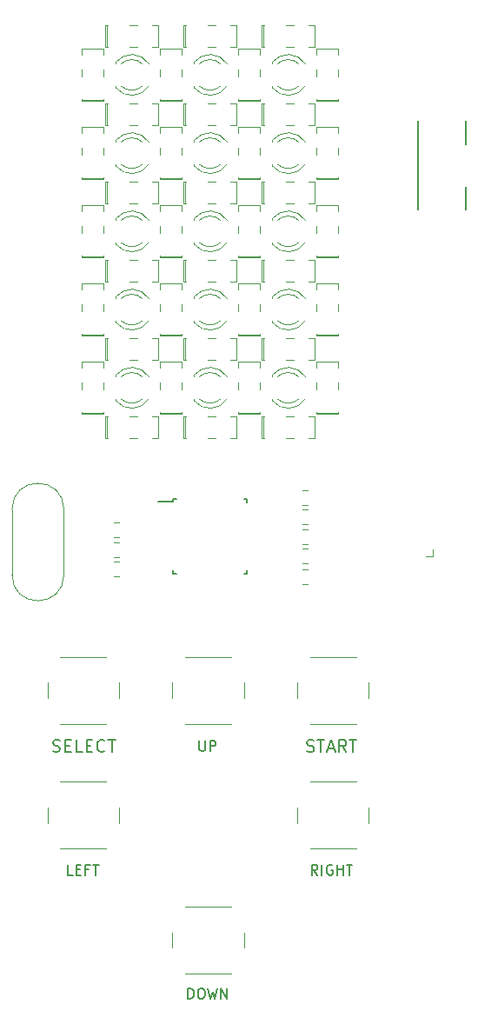
<source format=gbr>
G04 #@! TF.GenerationSoftware,KiCad,Pcbnew,(5.1.4)-1*
G04 #@! TF.CreationDate,2019-10-27T21:57:42-04:00*
G04 #@! TF.ProjectId,SplitSecondGame,53706c69-7453-4656-936f-6e6447616d65,A*
G04 #@! TF.SameCoordinates,Original*
G04 #@! TF.FileFunction,Legend,Top*
G04 #@! TF.FilePolarity,Positive*
%FSLAX46Y46*%
G04 Gerber Fmt 4.6, Leading zero omitted, Abs format (unit mm)*
G04 Created by KiCad (PCBNEW (5.1.4)-1) date 2019-10-27 21:57:42*
%MOMM*%
%LPD*%
G04 APERTURE LIST*
%ADD10C,0.120000*%
%ADD11C,0.150000*%
G04 APERTURE END LIST*
D10*
X72016252Y-75363000D02*
X71493748Y-75363000D01*
X72016252Y-76783000D02*
X71493748Y-76783000D01*
X72016252Y-77395000D02*
X71493748Y-77395000D01*
X72016252Y-78815000D02*
X71493748Y-78815000D01*
X53078748Y-74243000D02*
X53601252Y-74243000D01*
X53078748Y-72823000D02*
X53601252Y-72823000D01*
X43195000Y-77903000D02*
G75*
G03X48245000Y-77903000I2525000J0D01*
G01*
X43195000Y-71503000D02*
G75*
G02X48245000Y-71503000I2525000J0D01*
G01*
X43195000Y-71503000D02*
X43195000Y-77903000D01*
X48245000Y-71503000D02*
X48245000Y-77903000D01*
D11*
X87390000Y-36005000D02*
X87390000Y-33705000D01*
X87390000Y-42305000D02*
X87390000Y-40105000D01*
X82790000Y-42305000D02*
X82790000Y-33705000D01*
D10*
X72016252Y-71553000D02*
X71493748Y-71553000D01*
X72016252Y-72973000D02*
X71493748Y-72973000D01*
X71493748Y-74878000D02*
X72016252Y-74878000D01*
X71493748Y-73458000D02*
X72016252Y-73458000D01*
X71493748Y-71068000D02*
X72016252Y-71068000D01*
X71493748Y-69648000D02*
X72016252Y-69648000D01*
X84184000Y-75438000D02*
X84184000Y-76073000D01*
X84184000Y-76073000D02*
X83549000Y-76073000D01*
X53078748Y-78053000D02*
X53601252Y-78053000D01*
X53078748Y-76633000D02*
X53601252Y-76633000D01*
X53078748Y-76148000D02*
X53601252Y-76148000D01*
X53078748Y-74728000D02*
X53601252Y-74728000D01*
X60055000Y-116720000D02*
X64555000Y-116720000D01*
X58805000Y-112720000D02*
X58805000Y-114220000D01*
X64555000Y-110220000D02*
X60055000Y-110220000D01*
X65805000Y-114220000D02*
X65805000Y-112720000D01*
X77965000Y-102060000D02*
X77965000Y-100560000D01*
X76715000Y-98060000D02*
X72215000Y-98060000D01*
X70965000Y-100560000D02*
X70965000Y-102060000D01*
X72215000Y-104560000D02*
X76715000Y-104560000D01*
X53645000Y-102060000D02*
X53645000Y-100560000D01*
X52395000Y-98060000D02*
X47895000Y-98060000D01*
X46645000Y-100560000D02*
X46645000Y-102060000D01*
X47895000Y-104560000D02*
X52395000Y-104560000D01*
X65805000Y-89900000D02*
X65805000Y-88400000D01*
X64555000Y-85900000D02*
X60055000Y-85900000D01*
X58805000Y-88400000D02*
X58805000Y-89900000D01*
X60055000Y-92400000D02*
X64555000Y-92400000D01*
X53645000Y-89900000D02*
X53645000Y-88400000D01*
X52395000Y-85900000D02*
X47895000Y-85900000D01*
X46645000Y-88400000D02*
X46645000Y-89900000D01*
X47895000Y-92400000D02*
X52395000Y-92400000D01*
X77965000Y-89900000D02*
X77965000Y-88400000D01*
X76715000Y-85900000D02*
X72215000Y-85900000D01*
X70965000Y-88400000D02*
X70965000Y-89900000D01*
X72215000Y-92400000D02*
X76715000Y-92400000D01*
D11*
X58859000Y-70768000D02*
X57434000Y-70768000D01*
X66109000Y-70543000D02*
X65784000Y-70543000D01*
X66109000Y-77793000D02*
X65784000Y-77793000D01*
X58859000Y-77793000D02*
X59184000Y-77793000D01*
X58859000Y-70543000D02*
X59184000Y-70543000D01*
X58859000Y-77793000D02*
X58859000Y-77468000D01*
X66109000Y-77793000D02*
X66109000Y-77468000D01*
X66109000Y-70543000D02*
X66109000Y-70868000D01*
X58859000Y-70543000D02*
X58859000Y-70768000D01*
D10*
X53300000Y-60770000D02*
X53300000Y-60926000D01*
X53300000Y-58454000D02*
X53300000Y-58610000D01*
X55901130Y-60769837D02*
G75*
G02X53819039Y-60770000I-1041130J1079837D01*
G01*
X55901130Y-58610163D02*
G75*
G03X53819039Y-58610000I-1041130J-1079837D01*
G01*
X56532335Y-60768608D02*
G75*
G02X53300000Y-60925516I-1672335J1078608D01*
G01*
X56532335Y-58611392D02*
G75*
G03X53300000Y-58454484I-1672335J-1078608D01*
G01*
X60920000Y-60770000D02*
X60920000Y-60926000D01*
X60920000Y-58454000D02*
X60920000Y-58610000D01*
X63521130Y-60769837D02*
G75*
G02X61439039Y-60770000I-1041130J1079837D01*
G01*
X63521130Y-58610163D02*
G75*
G03X61439039Y-58610000I-1041130J-1079837D01*
G01*
X64152335Y-60768608D02*
G75*
G02X60920000Y-60925516I-1672335J1078608D01*
G01*
X64152335Y-58611392D02*
G75*
G03X60920000Y-58454484I-1672335J-1078608D01*
G01*
X68540000Y-60770000D02*
X68540000Y-60926000D01*
X68540000Y-58454000D02*
X68540000Y-58610000D01*
X71141130Y-60769837D02*
G75*
G02X69059039Y-60770000I-1041130J1079837D01*
G01*
X71141130Y-58610163D02*
G75*
G03X69059039Y-58610000I-1041130J-1079837D01*
G01*
X71772335Y-60768608D02*
G75*
G02X68540000Y-60925516I-1672335J1078608D01*
G01*
X71772335Y-58611392D02*
G75*
G03X68540000Y-58454484I-1672335J-1078608D01*
G01*
X53300000Y-53150000D02*
X53300000Y-53306000D01*
X53300000Y-50834000D02*
X53300000Y-50990000D01*
X55901130Y-53149837D02*
G75*
G02X53819039Y-53150000I-1041130J1079837D01*
G01*
X55901130Y-50990163D02*
G75*
G03X53819039Y-50990000I-1041130J-1079837D01*
G01*
X56532335Y-53148608D02*
G75*
G02X53300000Y-53305516I-1672335J1078608D01*
G01*
X56532335Y-50991392D02*
G75*
G03X53300000Y-50834484I-1672335J-1078608D01*
G01*
X60920000Y-53150000D02*
X60920000Y-53306000D01*
X60920000Y-50834000D02*
X60920000Y-50990000D01*
X63521130Y-53149837D02*
G75*
G02X61439039Y-53150000I-1041130J1079837D01*
G01*
X63521130Y-50990163D02*
G75*
G03X61439039Y-50990000I-1041130J-1079837D01*
G01*
X64152335Y-53148608D02*
G75*
G02X60920000Y-53305516I-1672335J1078608D01*
G01*
X64152335Y-50991392D02*
G75*
G03X60920000Y-50834484I-1672335J-1078608D01*
G01*
X68540000Y-53150000D02*
X68540000Y-53306000D01*
X68540000Y-50834000D02*
X68540000Y-50990000D01*
X71141130Y-53149837D02*
G75*
G02X69059039Y-53150000I-1041130J1079837D01*
G01*
X71141130Y-50990163D02*
G75*
G03X69059039Y-50990000I-1041130J-1079837D01*
G01*
X71772335Y-53148608D02*
G75*
G02X68540000Y-53305516I-1672335J1078608D01*
G01*
X71772335Y-50991392D02*
G75*
G03X68540000Y-50834484I-1672335J-1078608D01*
G01*
X53300000Y-45530000D02*
X53300000Y-45686000D01*
X53300000Y-43214000D02*
X53300000Y-43370000D01*
X55901130Y-45529837D02*
G75*
G02X53819039Y-45530000I-1041130J1079837D01*
G01*
X55901130Y-43370163D02*
G75*
G03X53819039Y-43370000I-1041130J-1079837D01*
G01*
X56532335Y-45528608D02*
G75*
G02X53300000Y-45685516I-1672335J1078608D01*
G01*
X56532335Y-43371392D02*
G75*
G03X53300000Y-43214484I-1672335J-1078608D01*
G01*
X60920000Y-45530000D02*
X60920000Y-45686000D01*
X60920000Y-43214000D02*
X60920000Y-43370000D01*
X63521130Y-45529837D02*
G75*
G02X61439039Y-45530000I-1041130J1079837D01*
G01*
X63521130Y-43370163D02*
G75*
G03X61439039Y-43370000I-1041130J-1079837D01*
G01*
X64152335Y-45528608D02*
G75*
G02X60920000Y-45685516I-1672335J1078608D01*
G01*
X64152335Y-43371392D02*
G75*
G03X60920000Y-43214484I-1672335J-1078608D01*
G01*
X68540000Y-45530000D02*
X68540000Y-45686000D01*
X68540000Y-43214000D02*
X68540000Y-43370000D01*
X71141130Y-45529837D02*
G75*
G02X69059039Y-45530000I-1041130J1079837D01*
G01*
X71141130Y-43370163D02*
G75*
G03X69059039Y-43370000I-1041130J-1079837D01*
G01*
X71772335Y-45528608D02*
G75*
G02X68540000Y-45685516I-1672335J1078608D01*
G01*
X71772335Y-43371392D02*
G75*
G03X68540000Y-43214484I-1672335J-1078608D01*
G01*
X53300000Y-37910000D02*
X53300000Y-38066000D01*
X53300000Y-35594000D02*
X53300000Y-35750000D01*
X55901130Y-37909837D02*
G75*
G02X53819039Y-37910000I-1041130J1079837D01*
G01*
X55901130Y-35750163D02*
G75*
G03X53819039Y-35750000I-1041130J-1079837D01*
G01*
X56532335Y-37908608D02*
G75*
G02X53300000Y-38065516I-1672335J1078608D01*
G01*
X56532335Y-35751392D02*
G75*
G03X53300000Y-35594484I-1672335J-1078608D01*
G01*
X60920000Y-37910000D02*
X60920000Y-38066000D01*
X60920000Y-35594000D02*
X60920000Y-35750000D01*
X63521130Y-37909837D02*
G75*
G02X61439039Y-37910000I-1041130J1079837D01*
G01*
X63521130Y-35750163D02*
G75*
G03X61439039Y-35750000I-1041130J-1079837D01*
G01*
X64152335Y-37908608D02*
G75*
G02X60920000Y-38065516I-1672335J1078608D01*
G01*
X64152335Y-35751392D02*
G75*
G03X60920000Y-35594484I-1672335J-1078608D01*
G01*
X68540000Y-37910000D02*
X68540000Y-38066000D01*
X68540000Y-35594000D02*
X68540000Y-35750000D01*
X71141130Y-37909837D02*
G75*
G02X69059039Y-37910000I-1041130J1079837D01*
G01*
X71141130Y-35750163D02*
G75*
G03X69059039Y-35750000I-1041130J-1079837D01*
G01*
X71772335Y-37908608D02*
G75*
G02X68540000Y-38065516I-1672335J1078608D01*
G01*
X71772335Y-35751392D02*
G75*
G03X68540000Y-35594484I-1672335J-1078608D01*
G01*
X53300000Y-30290000D02*
X53300000Y-30446000D01*
X53300000Y-27974000D02*
X53300000Y-28130000D01*
X55901130Y-30289837D02*
G75*
G02X53819039Y-30290000I-1041130J1079837D01*
G01*
X55901130Y-28130163D02*
G75*
G03X53819039Y-28130000I-1041130J-1079837D01*
G01*
X56532335Y-30288608D02*
G75*
G02X53300000Y-30445516I-1672335J1078608D01*
G01*
X56532335Y-28131392D02*
G75*
G03X53300000Y-27974484I-1672335J-1078608D01*
G01*
X60920000Y-30290000D02*
X60920000Y-30446000D01*
X60920000Y-27974000D02*
X60920000Y-28130000D01*
X63521130Y-30289837D02*
G75*
G02X61439039Y-30290000I-1041130J1079837D01*
G01*
X63521130Y-28130163D02*
G75*
G03X61439039Y-28130000I-1041130J-1079837D01*
G01*
X64152335Y-30288608D02*
G75*
G02X60920000Y-30445516I-1672335J1078608D01*
G01*
X64152335Y-28131392D02*
G75*
G03X60920000Y-27974484I-1672335J-1078608D01*
G01*
X68540000Y-30290000D02*
X68540000Y-30446000D01*
X68540000Y-27974000D02*
X68540000Y-28130000D01*
X71141130Y-30289837D02*
G75*
G02X69059039Y-30290000I-1041130J1079837D01*
G01*
X71141130Y-28130163D02*
G75*
G03X69059039Y-28130000I-1041130J-1079837D01*
G01*
X71772335Y-30288608D02*
G75*
G02X68540000Y-30445516I-1672335J1078608D01*
G01*
X71772335Y-28131392D02*
G75*
G03X68540000Y-27974484I-1672335J-1078608D01*
G01*
X52420000Y-62440000D02*
X52420000Y-64560000D01*
X57420000Y-62440000D02*
X57420000Y-64560000D01*
X52300000Y-62440000D02*
X52300000Y-64560000D01*
X56860000Y-64560000D02*
X57420000Y-64560000D01*
X54670000Y-64560000D02*
X55401000Y-64560000D01*
X52300000Y-64560000D02*
X52510000Y-64560000D01*
X56860000Y-62440000D02*
X57420000Y-62440000D01*
X54670000Y-62440000D02*
X55401000Y-62440000D01*
X52300000Y-62440000D02*
X52510000Y-62440000D01*
X60040000Y-62440000D02*
X60040000Y-64560000D01*
X65040000Y-62440000D02*
X65040000Y-64560000D01*
X59920000Y-62440000D02*
X59920000Y-64560000D01*
X64480000Y-64560000D02*
X65040000Y-64560000D01*
X62290000Y-64560000D02*
X63021000Y-64560000D01*
X59920000Y-64560000D02*
X60130000Y-64560000D01*
X64480000Y-62440000D02*
X65040000Y-62440000D01*
X62290000Y-62440000D02*
X63021000Y-62440000D01*
X59920000Y-62440000D02*
X60130000Y-62440000D01*
X67660000Y-62440000D02*
X67660000Y-64560000D01*
X72660000Y-62440000D02*
X72660000Y-64560000D01*
X67540000Y-62440000D02*
X67540000Y-64560000D01*
X72100000Y-64560000D02*
X72660000Y-64560000D01*
X69910000Y-64560000D02*
X70641000Y-64560000D01*
X67540000Y-64560000D02*
X67750000Y-64560000D01*
X72100000Y-62440000D02*
X72660000Y-62440000D01*
X69910000Y-62440000D02*
X70641000Y-62440000D01*
X67540000Y-62440000D02*
X67750000Y-62440000D01*
X49990000Y-62130000D02*
X52110000Y-62130000D01*
X49990000Y-57130000D02*
X52110000Y-57130000D01*
X49990000Y-62250000D02*
X52110000Y-62250000D01*
X52110000Y-57690000D02*
X52110000Y-57130000D01*
X52110000Y-59880000D02*
X52110000Y-59149000D01*
X52110000Y-62250000D02*
X52110000Y-62040000D01*
X49990000Y-57690000D02*
X49990000Y-57130000D01*
X49990000Y-59880000D02*
X49990000Y-59149000D01*
X49990000Y-62250000D02*
X49990000Y-62040000D01*
X57610000Y-62130000D02*
X59730000Y-62130000D01*
X57610000Y-57130000D02*
X59730000Y-57130000D01*
X57610000Y-62250000D02*
X59730000Y-62250000D01*
X59730000Y-57690000D02*
X59730000Y-57130000D01*
X59730000Y-59880000D02*
X59730000Y-59149000D01*
X59730000Y-62250000D02*
X59730000Y-62040000D01*
X57610000Y-57690000D02*
X57610000Y-57130000D01*
X57610000Y-59880000D02*
X57610000Y-59149000D01*
X57610000Y-62250000D02*
X57610000Y-62040000D01*
X65230000Y-62130000D02*
X67350000Y-62130000D01*
X65230000Y-57130000D02*
X67350000Y-57130000D01*
X65230000Y-62250000D02*
X67350000Y-62250000D01*
X67350000Y-57690000D02*
X67350000Y-57130000D01*
X67350000Y-59880000D02*
X67350000Y-59149000D01*
X67350000Y-62250000D02*
X67350000Y-62040000D01*
X65230000Y-57690000D02*
X65230000Y-57130000D01*
X65230000Y-59880000D02*
X65230000Y-59149000D01*
X65230000Y-62250000D02*
X65230000Y-62040000D01*
X72850000Y-62130000D02*
X74970000Y-62130000D01*
X72850000Y-57130000D02*
X74970000Y-57130000D01*
X72850000Y-62250000D02*
X74970000Y-62250000D01*
X74970000Y-57690000D02*
X74970000Y-57130000D01*
X74970000Y-59880000D02*
X74970000Y-59149000D01*
X74970000Y-62250000D02*
X74970000Y-62040000D01*
X72850000Y-57690000D02*
X72850000Y-57130000D01*
X72850000Y-59880000D02*
X72850000Y-59149000D01*
X72850000Y-62250000D02*
X72850000Y-62040000D01*
X52420000Y-54820000D02*
X52420000Y-56940000D01*
X57420000Y-54820000D02*
X57420000Y-56940000D01*
X52300000Y-54820000D02*
X52300000Y-56940000D01*
X56860000Y-56940000D02*
X57420000Y-56940000D01*
X54670000Y-56940000D02*
X55401000Y-56940000D01*
X52300000Y-56940000D02*
X52510000Y-56940000D01*
X56860000Y-54820000D02*
X57420000Y-54820000D01*
X54670000Y-54820000D02*
X55401000Y-54820000D01*
X52300000Y-54820000D02*
X52510000Y-54820000D01*
X60040000Y-54820000D02*
X60040000Y-56940000D01*
X65040000Y-54820000D02*
X65040000Y-56940000D01*
X59920000Y-54820000D02*
X59920000Y-56940000D01*
X64480000Y-56940000D02*
X65040000Y-56940000D01*
X62290000Y-56940000D02*
X63021000Y-56940000D01*
X59920000Y-56940000D02*
X60130000Y-56940000D01*
X64480000Y-54820000D02*
X65040000Y-54820000D01*
X62290000Y-54820000D02*
X63021000Y-54820000D01*
X59920000Y-54820000D02*
X60130000Y-54820000D01*
X67660000Y-54820000D02*
X67660000Y-56940000D01*
X72660000Y-54820000D02*
X72660000Y-56940000D01*
X67540000Y-54820000D02*
X67540000Y-56940000D01*
X72100000Y-56940000D02*
X72660000Y-56940000D01*
X69910000Y-56940000D02*
X70641000Y-56940000D01*
X67540000Y-56940000D02*
X67750000Y-56940000D01*
X72100000Y-54820000D02*
X72660000Y-54820000D01*
X69910000Y-54820000D02*
X70641000Y-54820000D01*
X67540000Y-54820000D02*
X67750000Y-54820000D01*
X49990000Y-54510000D02*
X52110000Y-54510000D01*
X49990000Y-49510000D02*
X52110000Y-49510000D01*
X49990000Y-54630000D02*
X52110000Y-54630000D01*
X52110000Y-50070000D02*
X52110000Y-49510000D01*
X52110000Y-52260000D02*
X52110000Y-51529000D01*
X52110000Y-54630000D02*
X52110000Y-54420000D01*
X49990000Y-50070000D02*
X49990000Y-49510000D01*
X49990000Y-52260000D02*
X49990000Y-51529000D01*
X49990000Y-54630000D02*
X49990000Y-54420000D01*
X57610000Y-54510000D02*
X59730000Y-54510000D01*
X57610000Y-49510000D02*
X59730000Y-49510000D01*
X57610000Y-54630000D02*
X59730000Y-54630000D01*
X59730000Y-50070000D02*
X59730000Y-49510000D01*
X59730000Y-52260000D02*
X59730000Y-51529000D01*
X59730000Y-54630000D02*
X59730000Y-54420000D01*
X57610000Y-50070000D02*
X57610000Y-49510000D01*
X57610000Y-52260000D02*
X57610000Y-51529000D01*
X57610000Y-54630000D02*
X57610000Y-54420000D01*
X65230000Y-54510000D02*
X67350000Y-54510000D01*
X65230000Y-49510000D02*
X67350000Y-49510000D01*
X65230000Y-54630000D02*
X67350000Y-54630000D01*
X67350000Y-50070000D02*
X67350000Y-49510000D01*
X67350000Y-52260000D02*
X67350000Y-51529000D01*
X67350000Y-54630000D02*
X67350000Y-54420000D01*
X65230000Y-50070000D02*
X65230000Y-49510000D01*
X65230000Y-52260000D02*
X65230000Y-51529000D01*
X65230000Y-54630000D02*
X65230000Y-54420000D01*
X72850000Y-54510000D02*
X74970000Y-54510000D01*
X72850000Y-49510000D02*
X74970000Y-49510000D01*
X72850000Y-54630000D02*
X74970000Y-54630000D01*
X74970000Y-50070000D02*
X74970000Y-49510000D01*
X74970000Y-52260000D02*
X74970000Y-51529000D01*
X74970000Y-54630000D02*
X74970000Y-54420000D01*
X72850000Y-50070000D02*
X72850000Y-49510000D01*
X72850000Y-52260000D02*
X72850000Y-51529000D01*
X72850000Y-54630000D02*
X72850000Y-54420000D01*
X52420000Y-47200000D02*
X52420000Y-49320000D01*
X57420000Y-47200000D02*
X57420000Y-49320000D01*
X52300000Y-47200000D02*
X52300000Y-49320000D01*
X56860000Y-49320000D02*
X57420000Y-49320000D01*
X54670000Y-49320000D02*
X55401000Y-49320000D01*
X52300000Y-49320000D02*
X52510000Y-49320000D01*
X56860000Y-47200000D02*
X57420000Y-47200000D01*
X54670000Y-47200000D02*
X55401000Y-47200000D01*
X52300000Y-47200000D02*
X52510000Y-47200000D01*
X60040000Y-47200000D02*
X60040000Y-49320000D01*
X65040000Y-47200000D02*
X65040000Y-49320000D01*
X59920000Y-47200000D02*
X59920000Y-49320000D01*
X64480000Y-49320000D02*
X65040000Y-49320000D01*
X62290000Y-49320000D02*
X63021000Y-49320000D01*
X59920000Y-49320000D02*
X60130000Y-49320000D01*
X64480000Y-47200000D02*
X65040000Y-47200000D01*
X62290000Y-47200000D02*
X63021000Y-47200000D01*
X59920000Y-47200000D02*
X60130000Y-47200000D01*
X67660000Y-47200000D02*
X67660000Y-49320000D01*
X72660000Y-47200000D02*
X72660000Y-49320000D01*
X67540000Y-47200000D02*
X67540000Y-49320000D01*
X72100000Y-49320000D02*
X72660000Y-49320000D01*
X69910000Y-49320000D02*
X70641000Y-49320000D01*
X67540000Y-49320000D02*
X67750000Y-49320000D01*
X72100000Y-47200000D02*
X72660000Y-47200000D01*
X69910000Y-47200000D02*
X70641000Y-47200000D01*
X67540000Y-47200000D02*
X67750000Y-47200000D01*
X49990000Y-46890000D02*
X52110000Y-46890000D01*
X49990000Y-41890000D02*
X52110000Y-41890000D01*
X49990000Y-47010000D02*
X52110000Y-47010000D01*
X52110000Y-42450000D02*
X52110000Y-41890000D01*
X52110000Y-44640000D02*
X52110000Y-43909000D01*
X52110000Y-47010000D02*
X52110000Y-46800000D01*
X49990000Y-42450000D02*
X49990000Y-41890000D01*
X49990000Y-44640000D02*
X49990000Y-43909000D01*
X49990000Y-47010000D02*
X49990000Y-46800000D01*
X57610000Y-46890000D02*
X59730000Y-46890000D01*
X57610000Y-41890000D02*
X59730000Y-41890000D01*
X57610000Y-47010000D02*
X59730000Y-47010000D01*
X59730000Y-42450000D02*
X59730000Y-41890000D01*
X59730000Y-44640000D02*
X59730000Y-43909000D01*
X59730000Y-47010000D02*
X59730000Y-46800000D01*
X57610000Y-42450000D02*
X57610000Y-41890000D01*
X57610000Y-44640000D02*
X57610000Y-43909000D01*
X57610000Y-47010000D02*
X57610000Y-46800000D01*
X65230000Y-46890000D02*
X67350000Y-46890000D01*
X65230000Y-41890000D02*
X67350000Y-41890000D01*
X65230000Y-47010000D02*
X67350000Y-47010000D01*
X67350000Y-42450000D02*
X67350000Y-41890000D01*
X67350000Y-44640000D02*
X67350000Y-43909000D01*
X67350000Y-47010000D02*
X67350000Y-46800000D01*
X65230000Y-42450000D02*
X65230000Y-41890000D01*
X65230000Y-44640000D02*
X65230000Y-43909000D01*
X65230000Y-47010000D02*
X65230000Y-46800000D01*
X72850000Y-46890000D02*
X74970000Y-46890000D01*
X72850000Y-41890000D02*
X74970000Y-41890000D01*
X72850000Y-47010000D02*
X74970000Y-47010000D01*
X74970000Y-42450000D02*
X74970000Y-41890000D01*
X74970000Y-44640000D02*
X74970000Y-43909000D01*
X74970000Y-47010000D02*
X74970000Y-46800000D01*
X72850000Y-42450000D02*
X72850000Y-41890000D01*
X72850000Y-44640000D02*
X72850000Y-43909000D01*
X72850000Y-47010000D02*
X72850000Y-46800000D01*
X52420000Y-39580000D02*
X52420000Y-41700000D01*
X57420000Y-39580000D02*
X57420000Y-41700000D01*
X52300000Y-39580000D02*
X52300000Y-41700000D01*
X56860000Y-41700000D02*
X57420000Y-41700000D01*
X54670000Y-41700000D02*
X55401000Y-41700000D01*
X52300000Y-41700000D02*
X52510000Y-41700000D01*
X56860000Y-39580000D02*
X57420000Y-39580000D01*
X54670000Y-39580000D02*
X55401000Y-39580000D01*
X52300000Y-39580000D02*
X52510000Y-39580000D01*
X60040000Y-39580000D02*
X60040000Y-41700000D01*
X65040000Y-39580000D02*
X65040000Y-41700000D01*
X59920000Y-39580000D02*
X59920000Y-41700000D01*
X64480000Y-41700000D02*
X65040000Y-41700000D01*
X62290000Y-41700000D02*
X63021000Y-41700000D01*
X59920000Y-41700000D02*
X60130000Y-41700000D01*
X64480000Y-39580000D02*
X65040000Y-39580000D01*
X62290000Y-39580000D02*
X63021000Y-39580000D01*
X59920000Y-39580000D02*
X60130000Y-39580000D01*
X67660000Y-39580000D02*
X67660000Y-41700000D01*
X72660000Y-39580000D02*
X72660000Y-41700000D01*
X67540000Y-39580000D02*
X67540000Y-41700000D01*
X72100000Y-41700000D02*
X72660000Y-41700000D01*
X69910000Y-41700000D02*
X70641000Y-41700000D01*
X67540000Y-41700000D02*
X67750000Y-41700000D01*
X72100000Y-39580000D02*
X72660000Y-39580000D01*
X69910000Y-39580000D02*
X70641000Y-39580000D01*
X67540000Y-39580000D02*
X67750000Y-39580000D01*
X49990000Y-39270000D02*
X52110000Y-39270000D01*
X49990000Y-34270000D02*
X52110000Y-34270000D01*
X49990000Y-39390000D02*
X52110000Y-39390000D01*
X52110000Y-34830000D02*
X52110000Y-34270000D01*
X52110000Y-37020000D02*
X52110000Y-36289000D01*
X52110000Y-39390000D02*
X52110000Y-39180000D01*
X49990000Y-34830000D02*
X49990000Y-34270000D01*
X49990000Y-37020000D02*
X49990000Y-36289000D01*
X49990000Y-39390000D02*
X49990000Y-39180000D01*
X57610000Y-39270000D02*
X59730000Y-39270000D01*
X57610000Y-34270000D02*
X59730000Y-34270000D01*
X57610000Y-39390000D02*
X59730000Y-39390000D01*
X59730000Y-34830000D02*
X59730000Y-34270000D01*
X59730000Y-37020000D02*
X59730000Y-36289000D01*
X59730000Y-39390000D02*
X59730000Y-39180000D01*
X57610000Y-34830000D02*
X57610000Y-34270000D01*
X57610000Y-37020000D02*
X57610000Y-36289000D01*
X57610000Y-39390000D02*
X57610000Y-39180000D01*
X65230000Y-39270000D02*
X67350000Y-39270000D01*
X65230000Y-34270000D02*
X67350000Y-34270000D01*
X65230000Y-39390000D02*
X67350000Y-39390000D01*
X67350000Y-34830000D02*
X67350000Y-34270000D01*
X67350000Y-37020000D02*
X67350000Y-36289000D01*
X67350000Y-39390000D02*
X67350000Y-39180000D01*
X65230000Y-34830000D02*
X65230000Y-34270000D01*
X65230000Y-37020000D02*
X65230000Y-36289000D01*
X65230000Y-39390000D02*
X65230000Y-39180000D01*
X72850000Y-39270000D02*
X74970000Y-39270000D01*
X72850000Y-34270000D02*
X74970000Y-34270000D01*
X72850000Y-39390000D02*
X74970000Y-39390000D01*
X74970000Y-34830000D02*
X74970000Y-34270000D01*
X74970000Y-37020000D02*
X74970000Y-36289000D01*
X74970000Y-39390000D02*
X74970000Y-39180000D01*
X72850000Y-34830000D02*
X72850000Y-34270000D01*
X72850000Y-37020000D02*
X72850000Y-36289000D01*
X72850000Y-39390000D02*
X72850000Y-39180000D01*
X52420000Y-31960000D02*
X52420000Y-34080000D01*
X57420000Y-31960000D02*
X57420000Y-34080000D01*
X52300000Y-31960000D02*
X52300000Y-34080000D01*
X56860000Y-34080000D02*
X57420000Y-34080000D01*
X54670000Y-34080000D02*
X55401000Y-34080000D01*
X52300000Y-34080000D02*
X52510000Y-34080000D01*
X56860000Y-31960000D02*
X57420000Y-31960000D01*
X54670000Y-31960000D02*
X55401000Y-31960000D01*
X52300000Y-31960000D02*
X52510000Y-31960000D01*
X60040000Y-31960000D02*
X60040000Y-34080000D01*
X65040000Y-31960000D02*
X65040000Y-34080000D01*
X59920000Y-31960000D02*
X59920000Y-34080000D01*
X64480000Y-34080000D02*
X65040000Y-34080000D01*
X62290000Y-34080000D02*
X63021000Y-34080000D01*
X59920000Y-34080000D02*
X60130000Y-34080000D01*
X64480000Y-31960000D02*
X65040000Y-31960000D01*
X62290000Y-31960000D02*
X63021000Y-31960000D01*
X59920000Y-31960000D02*
X60130000Y-31960000D01*
X67660000Y-31960000D02*
X67660000Y-34080000D01*
X72660000Y-31960000D02*
X72660000Y-34080000D01*
X67540000Y-31960000D02*
X67540000Y-34080000D01*
X72100000Y-34080000D02*
X72660000Y-34080000D01*
X69910000Y-34080000D02*
X70641000Y-34080000D01*
X67540000Y-34080000D02*
X67750000Y-34080000D01*
X72100000Y-31960000D02*
X72660000Y-31960000D01*
X69910000Y-31960000D02*
X70641000Y-31960000D01*
X67540000Y-31960000D02*
X67750000Y-31960000D01*
X49990000Y-31650000D02*
X52110000Y-31650000D01*
X49990000Y-26650000D02*
X52110000Y-26650000D01*
X49990000Y-31770000D02*
X52110000Y-31770000D01*
X52110000Y-27210000D02*
X52110000Y-26650000D01*
X52110000Y-29400000D02*
X52110000Y-28669000D01*
X52110000Y-31770000D02*
X52110000Y-31560000D01*
X49990000Y-27210000D02*
X49990000Y-26650000D01*
X49990000Y-29400000D02*
X49990000Y-28669000D01*
X49990000Y-31770000D02*
X49990000Y-31560000D01*
X57610000Y-31650000D02*
X59730000Y-31650000D01*
X57610000Y-26650000D02*
X59730000Y-26650000D01*
X57610000Y-31770000D02*
X59730000Y-31770000D01*
X59730000Y-27210000D02*
X59730000Y-26650000D01*
X59730000Y-29400000D02*
X59730000Y-28669000D01*
X59730000Y-31770000D02*
X59730000Y-31560000D01*
X57610000Y-27210000D02*
X57610000Y-26650000D01*
X57610000Y-29400000D02*
X57610000Y-28669000D01*
X57610000Y-31770000D02*
X57610000Y-31560000D01*
X65230000Y-31650000D02*
X67350000Y-31650000D01*
X65230000Y-26650000D02*
X67350000Y-26650000D01*
X65230000Y-31770000D02*
X67350000Y-31770000D01*
X67350000Y-27210000D02*
X67350000Y-26650000D01*
X67350000Y-29400000D02*
X67350000Y-28669000D01*
X67350000Y-31770000D02*
X67350000Y-31560000D01*
X65230000Y-27210000D02*
X65230000Y-26650000D01*
X65230000Y-29400000D02*
X65230000Y-28669000D01*
X65230000Y-31770000D02*
X65230000Y-31560000D01*
X72850000Y-31650000D02*
X74970000Y-31650000D01*
X72850000Y-26650000D02*
X74970000Y-26650000D01*
X72850000Y-31770000D02*
X74970000Y-31770000D01*
X74970000Y-27210000D02*
X74970000Y-26650000D01*
X74970000Y-29400000D02*
X74970000Y-28669000D01*
X74970000Y-31770000D02*
X74970000Y-31560000D01*
X72850000Y-27210000D02*
X72850000Y-26650000D01*
X72850000Y-29400000D02*
X72850000Y-28669000D01*
X72850000Y-31770000D02*
X72850000Y-31560000D01*
X52420000Y-24340000D02*
X52420000Y-26460000D01*
X57420000Y-24340000D02*
X57420000Y-26460000D01*
X52300000Y-24340000D02*
X52300000Y-26460000D01*
X56860000Y-26460000D02*
X57420000Y-26460000D01*
X54670000Y-26460000D02*
X55401000Y-26460000D01*
X52300000Y-26460000D02*
X52510000Y-26460000D01*
X56860000Y-24340000D02*
X57420000Y-24340000D01*
X54670000Y-24340000D02*
X55401000Y-24340000D01*
X52300000Y-24340000D02*
X52510000Y-24340000D01*
X60040000Y-24340000D02*
X60040000Y-26460000D01*
X65040000Y-24340000D02*
X65040000Y-26460000D01*
X59920000Y-24340000D02*
X59920000Y-26460000D01*
X64480000Y-26460000D02*
X65040000Y-26460000D01*
X62290000Y-26460000D02*
X63021000Y-26460000D01*
X59920000Y-26460000D02*
X60130000Y-26460000D01*
X64480000Y-24340000D02*
X65040000Y-24340000D01*
X62290000Y-24340000D02*
X63021000Y-24340000D01*
X59920000Y-24340000D02*
X60130000Y-24340000D01*
X67660000Y-24340000D02*
X67660000Y-26460000D01*
X72660000Y-24340000D02*
X72660000Y-26460000D01*
X67540000Y-24340000D02*
X67540000Y-26460000D01*
X72100000Y-26460000D02*
X72660000Y-26460000D01*
X69910000Y-26460000D02*
X70641000Y-26460000D01*
X67540000Y-26460000D02*
X67750000Y-26460000D01*
X72100000Y-24340000D02*
X72660000Y-24340000D01*
X69910000Y-24340000D02*
X70641000Y-24340000D01*
X67540000Y-24340000D02*
X67750000Y-24340000D01*
D11*
X60349047Y-119197380D02*
X60349047Y-118197380D01*
X60587142Y-118197380D01*
X60730000Y-118245000D01*
X60825238Y-118340238D01*
X60872857Y-118435476D01*
X60920476Y-118625952D01*
X60920476Y-118768809D01*
X60872857Y-118959285D01*
X60825238Y-119054523D01*
X60730000Y-119149761D01*
X60587142Y-119197380D01*
X60349047Y-119197380D01*
X61539523Y-118197380D02*
X61730000Y-118197380D01*
X61825238Y-118245000D01*
X61920476Y-118340238D01*
X61968095Y-118530714D01*
X61968095Y-118864047D01*
X61920476Y-119054523D01*
X61825238Y-119149761D01*
X61730000Y-119197380D01*
X61539523Y-119197380D01*
X61444285Y-119149761D01*
X61349047Y-119054523D01*
X61301428Y-118864047D01*
X61301428Y-118530714D01*
X61349047Y-118340238D01*
X61444285Y-118245000D01*
X61539523Y-118197380D01*
X62301428Y-118197380D02*
X62539523Y-119197380D01*
X62730000Y-118483095D01*
X62920476Y-119197380D01*
X63158571Y-118197380D01*
X63539523Y-119197380D02*
X63539523Y-118197380D01*
X64110952Y-119197380D01*
X64110952Y-118197380D01*
X72961666Y-107132380D02*
X72628333Y-106656190D01*
X72390238Y-107132380D02*
X72390238Y-106132380D01*
X72771190Y-106132380D01*
X72866428Y-106180000D01*
X72914047Y-106227619D01*
X72961666Y-106322857D01*
X72961666Y-106465714D01*
X72914047Y-106560952D01*
X72866428Y-106608571D01*
X72771190Y-106656190D01*
X72390238Y-106656190D01*
X73390238Y-107132380D02*
X73390238Y-106132380D01*
X74390238Y-106180000D02*
X74295000Y-106132380D01*
X74152142Y-106132380D01*
X74009285Y-106180000D01*
X73914047Y-106275238D01*
X73866428Y-106370476D01*
X73818809Y-106560952D01*
X73818809Y-106703809D01*
X73866428Y-106894285D01*
X73914047Y-106989523D01*
X74009285Y-107084761D01*
X74152142Y-107132380D01*
X74247380Y-107132380D01*
X74390238Y-107084761D01*
X74437857Y-107037142D01*
X74437857Y-106703809D01*
X74247380Y-106703809D01*
X74866428Y-107132380D02*
X74866428Y-106132380D01*
X74866428Y-106608571D02*
X75437857Y-106608571D01*
X75437857Y-107132380D02*
X75437857Y-106132380D01*
X75771190Y-106132380D02*
X76342619Y-106132380D01*
X76056904Y-107132380D02*
X76056904Y-106132380D01*
X49117619Y-107132380D02*
X48641428Y-107132380D01*
X48641428Y-106132380D01*
X49450952Y-106608571D02*
X49784285Y-106608571D01*
X49927142Y-107132380D02*
X49450952Y-107132380D01*
X49450952Y-106132380D01*
X49927142Y-106132380D01*
X50689047Y-106608571D02*
X50355714Y-106608571D01*
X50355714Y-107132380D02*
X50355714Y-106132380D01*
X50831904Y-106132380D01*
X51070000Y-106132380D02*
X51641428Y-106132380D01*
X51355714Y-107132380D02*
X51355714Y-106132380D01*
X61444285Y-94067380D02*
X61444285Y-94876904D01*
X61491904Y-94972142D01*
X61539523Y-95019761D01*
X61634761Y-95067380D01*
X61825238Y-95067380D01*
X61920476Y-95019761D01*
X61968095Y-94972142D01*
X62015714Y-94876904D01*
X62015714Y-94067380D01*
X62491904Y-95067380D02*
X62491904Y-94067380D01*
X62872857Y-94067380D01*
X62968095Y-94115000D01*
X63015714Y-94162619D01*
X63063333Y-94257857D01*
X63063333Y-94400714D01*
X63015714Y-94495952D01*
X62968095Y-94543571D01*
X62872857Y-94591190D01*
X62491904Y-94591190D01*
X47193571Y-95100714D02*
X47365000Y-95157857D01*
X47650714Y-95157857D01*
X47765000Y-95100714D01*
X47822142Y-95043571D01*
X47879285Y-94929285D01*
X47879285Y-94815000D01*
X47822142Y-94700714D01*
X47765000Y-94643571D01*
X47650714Y-94586428D01*
X47422142Y-94529285D01*
X47307857Y-94472142D01*
X47250714Y-94415000D01*
X47193571Y-94300714D01*
X47193571Y-94186428D01*
X47250714Y-94072142D01*
X47307857Y-94015000D01*
X47422142Y-93957857D01*
X47707857Y-93957857D01*
X47879285Y-94015000D01*
X48393571Y-94529285D02*
X48793571Y-94529285D01*
X48965000Y-95157857D02*
X48393571Y-95157857D01*
X48393571Y-93957857D01*
X48965000Y-93957857D01*
X50050714Y-95157857D02*
X49479285Y-95157857D01*
X49479285Y-93957857D01*
X50450714Y-94529285D02*
X50850714Y-94529285D01*
X51022142Y-95157857D02*
X50450714Y-95157857D01*
X50450714Y-93957857D01*
X51022142Y-93957857D01*
X52222142Y-95043571D02*
X52165000Y-95100714D01*
X51993571Y-95157857D01*
X51879285Y-95157857D01*
X51707857Y-95100714D01*
X51593571Y-94986428D01*
X51536428Y-94872142D01*
X51479285Y-94643571D01*
X51479285Y-94472142D01*
X51536428Y-94243571D01*
X51593571Y-94129285D01*
X51707857Y-94015000D01*
X51879285Y-93957857D01*
X51993571Y-93957857D01*
X52165000Y-94015000D01*
X52222142Y-94072142D01*
X52565000Y-93957857D02*
X53250714Y-93957857D01*
X52907857Y-95157857D02*
X52907857Y-93957857D01*
X71923571Y-95100714D02*
X72095000Y-95157857D01*
X72380714Y-95157857D01*
X72495000Y-95100714D01*
X72552142Y-95043571D01*
X72609285Y-94929285D01*
X72609285Y-94815000D01*
X72552142Y-94700714D01*
X72495000Y-94643571D01*
X72380714Y-94586428D01*
X72152142Y-94529285D01*
X72037857Y-94472142D01*
X71980714Y-94415000D01*
X71923571Y-94300714D01*
X71923571Y-94186428D01*
X71980714Y-94072142D01*
X72037857Y-94015000D01*
X72152142Y-93957857D01*
X72437857Y-93957857D01*
X72609285Y-94015000D01*
X72952142Y-93957857D02*
X73637857Y-93957857D01*
X73295000Y-95157857D02*
X73295000Y-93957857D01*
X73980714Y-94815000D02*
X74552142Y-94815000D01*
X73866428Y-95157857D02*
X74266428Y-93957857D01*
X74666428Y-95157857D01*
X75752142Y-95157857D02*
X75352142Y-94586428D01*
X75066428Y-95157857D02*
X75066428Y-93957857D01*
X75523571Y-93957857D01*
X75637857Y-94015000D01*
X75695000Y-94072142D01*
X75752142Y-94186428D01*
X75752142Y-94357857D01*
X75695000Y-94472142D01*
X75637857Y-94529285D01*
X75523571Y-94586428D01*
X75066428Y-94586428D01*
X76095000Y-93957857D02*
X76780714Y-93957857D01*
X76437857Y-95157857D02*
X76437857Y-93957857D01*
M02*

</source>
